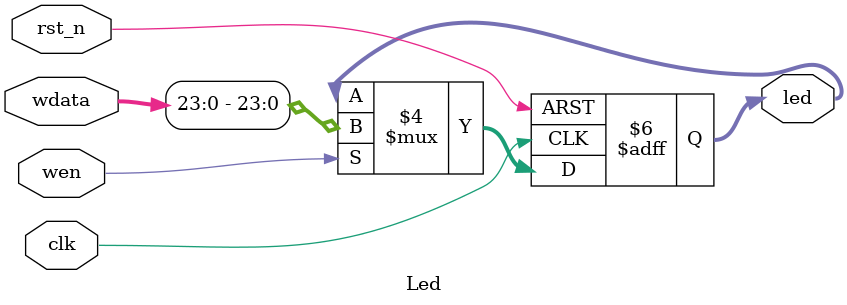
<source format=v>
`timescale 1ns / 1ps


module Led(
    input wen,
    input clk,
    input rst_n,
    input [31:0] wdata,
    output reg[23:0]led
    );
    // wire show_ena = (addr == 32'hFFFFF060);
    always @(posedge clk or negedge rst_n)begin
        if (~rst_n)    led <= 24'h0;
        else if(wen==1'b1)  led <= wdata[23:0];
    end
endmodule

</source>
